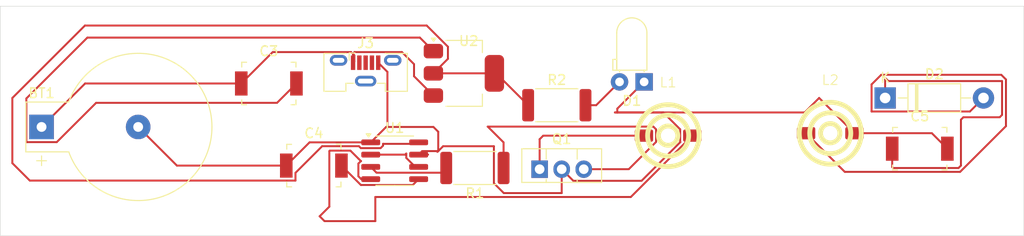
<source format=kicad_pcb>
(kicad_pcb (version 20241229) (generator "pcbnew") (generator_version "9.0")
  (layers (0 "F.Cu" signal) (2 "B.Cu" signal) (13 "F.Paste" user) (15 "B.Paste" user) (5 "F.SilkS" user "F.Silkscreen") (7 "B.SilkS" user "B.Silkscreen") (1 "F.Mask" user) (3 "B.Mask" user) (25 "Edge.Cuts" user))
  (net 0 "")
  (net 1 "Net-(BT1-+)")
  (net 2 "GND")
  (net 3 "Net-(U2-GND)")
  (net 4 "Net-(U1-CV)")
  (net 5 "Net-(D2-K)")
  (net 6 "Net-(D1-A)")
  (net 7 "Net-(D2-A)")
  (net 14 "Net-(Q1-E)")
  (net 15 "+5V")
  (net 16 "Net-(Q1-B)")
  (net 17 "Net-(U1-Q)")
  (net 18 "Net-(U1-VCC)")
  (net 19 "Net-(U1-THR)")
  (footprint "XL6009:Wireless_Coil_30Turns" (layer "F.Cu") (at 190.25 109.149219)
    (property "Reference" "L2" (at 0 -0.5 0) (layer "F.SilkS") (effects (font (thickness 0.1))))
    (property "Value" "30 Turns")
    (fp_circle (center 0 5) (end 0 6) (stroke (width 0.5)) (fill no) (layer "F.SilkS"))
    (fp_circle (center 0 5) (end 1.5 6.5) (stroke (width 0.5)) (fill no) (layer "F.SilkS"))
    (fp_circle (center 0 5) (end 2.5 7) (stroke (width 0.5)) (fill no) (layer "F.SilkS"))
    (pad "1" smd roundrect (at -2.5 5) (size 1.905 1.27) (layers "F.Cu" "F.Mask" "F.Paste") (roundrect_rratio 0.15) (net 7 "Net-(D2-A)"))
    (pad "2" smd roundrect (at 2.5 5) (size 1.905 1.27) (layers "F.Cu" "F.Mask" "F.Paste") (roundrect_rratio 0.15) (net 2 "GND"))
  )
  (footprint "Package_TO_SOT_THT:TO-126-3_Vertical" (layer "F.Cu") (at 160.225 117.875)
    (property "Reference" "Q1" (at 2.28 -3.12 0) (layer "F.SilkS"))
    (property "Value" "BD139")
    (fp_line (start -1.841 -2.12) (end -1.841 1.37) (stroke (width 0.12)) (layer "F.SilkS"))
    (fp_line (start -1.841 -2.12) (end 6.4 -2.12) (stroke (width 0.12)) (layer "F.SilkS"))
    (fp_line (start -1.841 1.37) (end 6.4 1.37) (stroke (width 0.12)) (layer "F.SilkS"))
    (fp_line (start 0.68 -2.12) (end 0.68 -1.05) (stroke (width 0.12)) (layer "F.SilkS"))
    (fp_line (start 0.68 1.05) (end 0.68 1.37) (stroke (width 0.12)) (layer "F.SilkS"))
    (fp_line (start 3.88 -2.12) (end 3.88 -1.05) (stroke (width 0.12)) (layer "F.SilkS"))
    (fp_line (start 3.88 1.05) (end 3.88 1.37) (stroke (width 0.12)) (layer "F.SilkS"))
    (fp_line (start 6.4 -2.12) (end 6.4 1.37) (stroke (width 0.12)) (layer "F.SilkS"))
    (pad "1" thru_hole rect (at 0 0) (size 1.71 1.8) (drill 1) (layers "*.Cu" "*.Mask") (net 14 "Net-(Q1-E)"))
    (pad "2" thru_hole oval (at 2.28 0) (size 1.71 1.8) (drill 1) (layers "*.Cu" "*.Mask") (net 2 "GND"))
    (pad "3" thru_hole oval (at 4.56 0) (size 1.71 1.8) (drill 1) (layers "*.Cu" "*.Mask") (net 16 "Net-(Q1-B)"))
  )
  (footprint "Package_TO_SOT_SMD:SOT-223-3_TabPin2" (layer "F.Cu") (at 152.4 107.95)
    (property "Reference" "U2" (at 0.5 -3.35 0) (layer "F.SilkS"))
    (property "Value" "AMS1117-5.0")
    (fp_line (start -1.85 -3.41) (end 1.91 -3.41) (stroke (width 0.12)) (layer "F.SilkS"))
    (fp_line (start -1.85 3.41) (end 1.91 3.41) (stroke (width 0.12)) (layer "F.SilkS"))
    (fp_line (start 1.91 -3.41) (end 1.91 -2.15) (stroke (width 0.12)) (layer "F.SilkS"))
    (fp_line (start 1.91 3.41) (end 1.91 2.15) (stroke (width 0.12)) (layer "F.SilkS"))
    (fp_poly (pts (xy -3.13 -3.31) (xy -3.37 -3.64) (xy -2.89 -3.64) (xy -3.13 -3.31)) (stroke (width 0.12)) (fill yes) (layer "F.SilkS"))
    (pad "1" smd roundrect (at -3.15 -2.3) (size 2 1.5) (layers "F.Cu" "F.Mask" "F.Paste") (net 3 "Net-(U2-GND)"))
    (pad "2" smd roundrect (at -3.15 0) (size 2 1.5) (layers "F.Cu" "F.Mask" "F.Paste") (net 18 "Net-(U1-VCC)"))
    (pad "2" smd roundrect (at 3.15 0) (size 2 3.8) (layers "F.Cu" "F.Mask" "F.Paste") (net 18 "Net-(U1-VCC)"))
    (pad "3" smd roundrect (at -3.15 2.3) (size 2 1.5) (layers "F.Cu" "F.Mask" "F.Paste") (net 1 "Net-(BT1-+)"))
  )
  (footprint "Resistor_SMD:R_2512_6332Metric" (layer "F.Cu") (at 162 111.25)
    (property "Reference" "R2" (at 0 -2.62 0) (layer "F.SilkS"))
    (property "Value" "10k")
    (fp_line (start -2.177064 -1.71) (end 2.177064 -1.71) (stroke (width 0.12)) (layer "F.SilkS"))
    (fp_line (start -2.177064 1.71) (end 2.177064 1.71) (stroke (width 0.12)) (layer "F.SilkS"))
    (pad "1" smd roundrect (at -2.9625 0) (size 1.225 3.35) (layers "F.Cu" "F.Mask" "F.Paste") (roundrect_rratio 0.204082) (net 18 "Net-(U1-VCC)"))
    (pad "2" smd roundrect (at 2.9625 0) (size 1.225 3.35) (layers "F.Cu" "F.Mask" "F.Paste") (roundrect_rratio 0.204082) (net 6 "Net-(D1-A)"))
  )
  (footprint "Capacitor_SMD:C_Trimmer_Murata_TZW4" (layer "F.Cu") (at 132.25 109)
    (property "Reference" "C3" (at 0 -3.35 0) (layer "F.SilkS"))
    (property "Value" "100nF")
    (fp_line (start -2.8 -2.2) (end -2.8 -1.7) (stroke (width 0.12)) (layer "F.SilkS"))
    (fp_line (start -2.8 -2.2) (end -2.3 -2.2) (stroke (width 0.12)) (layer "F.SilkS"))
    (fp_line (start -2.8 2.2) (end -2.8 1.7) (stroke (width 0.12)) (layer "F.SilkS"))
    (fp_line (start -2.8 2.2) (end -2.3 2.2) (stroke (width 0.12)) (layer "F.SilkS"))
    (fp_line (start 2.8 -2.2) (end 2.3 -2.2) (stroke (width 0.12)) (layer "F.SilkS"))
    (fp_line (start 2.8 -2.2) (end 2.8 -1.7) (stroke (width 0.12)) (layer "F.SilkS"))
    (fp_line (start 2.8 2.2) (end 2.3 2.2) (stroke (width 0.12)) (layer "F.SilkS"))
    (fp_line (start 2.8 2.2) (end 2.8 1.7) (stroke (width 0.12)) (layer "F.SilkS"))
    (pad "1" smd rect (at -2.85 0) (size 1.3 2.5) (layers "F.Cu" "F.Mask" "F.Paste") (net 1 "Net-(BT1-+)"))
    (pad "2" smd rect (at 2.85 0) (size 1.3 2.5) (layers "F.Cu" "F.Mask" "F.Paste") (net 3 "Net-(U2-GND)"))
  )
  (footprint "Diode_THT:D_DO-41_SOD81_P10.16mm_Horizontal" (layer "F.Cu") (at 195.92 110.5)
    (property "Reference" "D2" (at 5.08 -2.47 0) (layer "F.SilkS"))
    (property "Value" "1N4007")
    (fp_line (start 1.34 0) (end 2.36 0) (stroke (width 0.12)) (layer "F.SilkS"))
    (fp_line (start 2.36 -1.47) (end 2.36 1.47) (stroke (width 0.12)) (layer "F.SilkS"))
    (fp_line (start 2.36 1.47) (end 7.8 1.47) (stroke (width 0.12)) (layer "F.SilkS"))
    (fp_line (start 3.14 -1.47) (end 3.14 1.47) (stroke (width 0.12)) (layer "F.SilkS"))
    (fp_line (start 3.26 -1.47) (end 3.26 1.47) (stroke (width 0.12)) (layer "F.SilkS"))
    (fp_line (start 3.38 -1.47) (end 3.38 1.47) (stroke (width 0.12)) (layer "F.SilkS"))
    (fp_line (start 7.8 -1.47) (end 2.36 -1.47) (stroke (width 0.12)) (layer "F.SilkS"))
    (fp_line (start 7.8 1.47) (end 7.8 -1.47) (stroke (width 0.12)) (layer "F.SilkS"))
    (fp_line (start 8.82 0) (end 7.8 0) (stroke (width 0.12)) (layer "F.SilkS"))
    (fp_text user "K" (at 0 -2.1 0) (layer "F.SilkS"))
    (pad "1" thru_hole rect (at 0 0) (size 2.2 2.2) (drill 1.1) (layers "*.Cu" "*.Mask") (net 5 "Net-(D2-K)"))
    (pad "2" thru_hole oval (at 10.16 0) (size 2.2 2.2) (drill 1.1) (layers "*.Cu" "*.Mask") (net 7 "Net-(D2-A)"))
  )
  (footprint "Package_SO:SOIC-8_3.9x4.9mm_P1.27mm" (layer "F.Cu") (at 145.25 117)
    (property "Reference" "U1" (at 0 -3.4 0) (layer "F.SilkS"))
    (property "Value" "LM555xM")
    (fp_line (start 0 -2.56) (end -1.95 -2.56) (stroke (width 0.12)) (layer "F.SilkS"))
    (fp_line (start 0 -2.56) (end 1.95 -2.56) (stroke (width 0.12)) (layer "F.SilkS"))
    (fp_line (start 0 2.56) (end -1.95 2.56) (stroke (width 0.12)) (layer "F.SilkS"))
    (fp_line (start 0 2.56) (end 1.95 2.56) (stroke (width 0.12)) (layer "F.SilkS"))
    (fp_poly (pts (xy -2.7 -2.465) (xy -2.94 -2.795) (xy -2.46 -2.795) (xy -2.7 -2.465)) (stroke (width 0.12)) (fill yes) (layer "F.SilkS"))
    (pad "1" smd roundrect (at -2.475 -1.905) (size 1.95 0.6) (layers "F.Cu" "F.Mask" "F.Paste") (net 2 "GND"))
    (pad "2" smd roundrect (at -2.475 -0.635) (size 1.95 0.6) (layers "F.Cu" "F.Mask" "F.Paste") (net 19 "Net-(U1-THR)"))
    (pad "3" smd roundrect (at -2.475 0.635) (size 1.95 0.6) (layers "F.Cu" "F.Mask" "F.Paste") (net 17 "Net-(U1-Q)"))
    (pad "4" smd roundrect (at -2.475 1.905) (size 1.95 0.6) (layers "F.Cu" "F.Mask" "F.Paste") (net 15 "+5V"))
    (pad "5" smd roundrect (at 2.475 1.905) (size 1.95 0.6) (layers "F.Cu" "F.Mask" "F.Paste") (net 4 "Net-(U1-CV)"))
    (pad "6" smd roundrect (at 2.475 0.635) (size 1.95 0.6) (layers "F.Cu" "F.Mask" "F.Paste") (net 19 "Net-(U1-THR)"))
    (pad "7" smd roundrect (at 2.475 -0.635) (size 1.95 0.6) (layers "F.Cu" "F.Mask" "F.Paste") (net 2 "GND"))
    (pad "8" smd roundrect (at 2.475 -1.905) (size 1.95 0.6) (layers "F.Cu" "F.Mask" "F.Paste") (net 18 "Net-(U1-VCC)"))
  )
  (footprint "Resistor_SMD:R_2512_6332Metric" (layer "F.Cu") (at 153.5375 117.75 180)
    (property "Reference" "R1" (at 0 -2.62 0) (layer "F.SilkS"))
    (property "Value" "1k")
    (fp_line (start -2.177064 1.71) (end 2.177064 1.71) (stroke (width 0.12)) (layer "F.SilkS"))
    (fp_line (start -2.177064 -1.71) (end 2.177064 -1.71) (stroke (width 0.12)) (layer "F.SilkS"))
    (pad "1" smd roundrect (at -2.9625 0 180) (size 1.225 3.35) (layers "F.Cu" "F.Mask" "F.Paste") (roundrect_rratio 0.204082) (net 16 "Net-(Q1-B)"))
    (pad "2" smd roundrect (at 2.9625 0 180) (size 1.225 3.35) (layers "F.Cu" "F.Mask" "F.Paste") (roundrect_rratio 0.204082) (net 17 "Net-(U1-Q)"))
  )
  (footprint "XL6009:Wireless_Coil_30Turns" (layer "F.Cu") (at 173.5 109.399219)
    (property "Reference" "L1" (at 0 -0.5 0) (layer "F.SilkS") (effects (font (thickness 0.1))))
    (property "Value" "30 Turns")
    (fp_circle (center 0 5) (end 0 6) (stroke (width 0.5)) (fill no) (layer "F.SilkS"))
    (fp_circle (center 0 5) (end 1.5 6.5) (stroke (width 0.5)) (fill no) (layer "F.SilkS"))
    (fp_circle (center 0 5) (end 2.5 7) (stroke (width 0.5)) (fill no) (layer "F.SilkS"))
    (pad "1" smd roundrect (at -2.5 5) (size 1.905 1.27) (layers "F.Cu" "F.Mask" "F.Paste") (roundrect_rratio 0.15) (net 14 "Net-(Q1-E)"))
    (pad "2" smd roundrect (at 2.5 5) (size 1.905 1.27) (layers "F.Cu" "F.Mask" "F.Paste") (roundrect_rratio 0.15) (net 15 "+5V"))
  )
  (footprint "Connector_USB:USB_Micro-B_Molex-105133-0031" (layer "F.Cu") (at 142.25 107.675)
    (property "Reference" "J3" (at 0 -2.85 0) (layer "F.SilkS"))
    (property "Value" "USB_B_Micro")
    (fp_line (start -4.31 -1.785) (end -4.31 2.135) (stroke (width 0.12)) (layer "F.SilkS"))
    (fp_line (start -4.31 2.135) (end -2.04 2.135) (stroke (width 0.12)) (layer "F.SilkS"))
    (fp_line (start -2.04 1.305) (end -2.04 2.135) (stroke (width 0.12)) (layer "F.SilkS"))
    (fp_line (start -2.04 1.305) (end -1.21 1.305) (stroke (width 0.12)) (layer "F.SilkS"))
    (fp_line (start -2 -1.785) (end -4.31 -1.785) (stroke (width 0.12)) (layer "F.SilkS"))
    (fp_line (start -1.7 -1.825) (end -1.1 -1.825) (stroke (width 0.12)) (layer "F.SilkS"))
    (fp_line (start -1.7 -1.075) (end -1.7 -1.825) (stroke (width 0.12)) (layer "F.SilkS"))
    (fp_line (start 2 -1.785) (end 4.31 -1.785) (stroke (width 0.12)) (layer "F.SilkS"))
    (fp_line (start 2.04 1.305) (end 1.21 1.305) (stroke (width 0.12)) (layer "F.SilkS"))
    (fp_line (start 2.04 1.305) (end 2.04 2.135) (stroke (width 0.12)) (layer "F.SilkS"))
    (fp_line (start 4.31 -1.785) (end 4.31 2.135) (stroke (width 0.12)) (layer "F.SilkS"))
    (fp_line (start 4.31 2.135) (end 2.04 2.135) (stroke (width 0.12)) (layer "F.SilkS"))
    (pad "1" smd rect (at -1.3 -0.825) (size 0.45 1.5) (layers "F.Cu" "F.Mask" "F.Paste") (net 1 "Net-(BT1-+)"))
    (pad "2" smd rect (at -0.65 -0.825) (size 0.45 1.5) (layers "F.Cu" "F.Mask" "F.Paste"))
    (pad "3" smd rect (at 0 -0.825) (size 0.45 1.5) (layers "F.Cu" "F.Mask" "F.Paste"))
    (pad "4" smd rect (at 0.65 -0.825) (size 0.45 1.5) (layers "F.Cu" "F.Mask" "F.Paste"))
    (pad "5" smd rect (at 1.3 -0.825) (size 0.45 1.5) (layers "F.Cu" "F.Mask" "F.Paste") (net 2 "GND"))
    (pad "6" thru_hole oval (at -2.8 -1.075) (size 1.8 1.1) (drill oval 1.2 0.5) (property pad_prop_heatsink) (layers "*.Cu" "*.Mask"))
    (pad "6" thru_hole oval (at 0 1.075) (size 2.2 1.1) (drill oval 1.6 0.5) (property pad_prop_heatsink) (layers "*.Cu" "*.Mask"))
    (pad "6" thru_hole oval (at 2.8 -1.075) (size 1.8 1.1) (drill oval 1.2 0.5) (property pad_prop_heatsink) (layers "*.Cu" "*.Mask"))
  )
  (footprint "LED_THT:LED_D3.0mm_Horizontal_O1.27mm_Z2.0mm_Clear" (layer "F.Cu") (at 171.02 108.835 180)
    (property "Reference" "D1" (at 1.27 -1.96 0) (layer "F.SilkS"))
    (property "Value" "LED")
    (fp_line (start 3.23 2.33) (end 2.83 2.33) (stroke (width 0.12)) (layer "F.SilkS"))
    (fp_line (start 3.23 1.21) (end 3.23 2.33) (stroke (width 0.12)) (layer "F.SilkS"))
    (fp_line (start 2.83 2.33) (end 2.83 1.21) (stroke (width 0.12)) (layer "F.SilkS"))
    (fp_line (start 2.83 1.21) (end 3.23 1.21) (stroke (width 0.12)) (layer "F.SilkS"))
    (fp_line (start 2.83 1.21) (end 2.83 5.07) (stroke (width 0.12)) (layer "F.SilkS"))
    (fp_line (start 2.54 1.21) (end 2.54 1.21) (stroke (width 0.12)) (layer "F.SilkS"))
    (fp_line (start 2.54 1.21) (end 2.54 1.08) (stroke (width 0.12)) (layer "F.SilkS"))
    (fp_line (start 2.54 1.08) (end 2.54 1.21) (stroke (width 0.12)) (layer "F.SilkS"))
    (fp_line (start 2.54 1.08) (end 2.54 1.08) (stroke (width 0.12)) (layer "F.SilkS"))
    (fp_line (start 0 1.21) (end 0 1.21) (stroke (width 0.12)) (layer "F.SilkS"))
    (fp_line (start 0 1.21) (end 0 1.08) (stroke (width 0.12)) (layer "F.SilkS"))
    (fp_line (start 0 1.08) (end 0 1.21) (stroke (width 0.12)) (layer "F.SilkS"))
    (fp_line (start 0 1.08) (end 0 1.08) (stroke (width 0.12)) (layer "F.SilkS"))
    (fp_line (start -0.29 1.21) (end 2.83 1.21) (stroke (width 0.12)) (layer "F.SilkS"))
    (fp_line (start -0.29 1.21) (end -0.29 5.07) (stroke (width 0.12)) (layer "F.SilkS"))
    (fp_arc (start 2.83 5.07) (mid 1.27 6.63) (end -0.29 5.07) (stroke (width 0.12)) (layer "F.SilkS"))
    (pad "1" thru_hole rect (at 0 0 180) (size 1.8 1.8) (drill 0.9) (layers "*.Cu" "*.Mask") (net 2 "GND"))
    (pad "2" thru_hole circle (at 2.54 0 180) (size 1.8 1.8) (drill 0.9) (layers "*.Cu" "*.Mask") (net 6 "Net-(D1-A)"))
  )
  (footprint "Capacitor_SMD:C_Trimmer_Murata_TZW4" (layer "F.Cu") (at 199.5 115.75)
    (property "Reference" "C5" (at 0 -3.35 0) (layer "F.SilkS"))
    (property "Value" "10uF")
    (fp_line (start -2.8 -2.2) (end -2.8 -1.7) (stroke (width 0.12)) (layer "F.SilkS"))
    (fp_line (start -2.8 -2.2) (end -2.3 -2.2) (stroke (width 0.12)) (layer "F.SilkS"))
    (fp_line (start -2.8 2.2) (end -2.8 1.7) (stroke (width 0.12)) (layer "F.SilkS"))
    (fp_line (start -2.8 2.2) (end -2.3 2.2) (stroke (width 0.12)) (layer "F.SilkS"))
    (fp_line (start 2.8 -2.2) (end 2.3 -2.2) (stroke (width 0.12)) (layer "F.SilkS"))
    (fp_line (start 2.8 -2.2) (end 2.8 -1.7) (stroke (width 0.12)) (layer "F.SilkS"))
    (fp_line (start 2.8 2.2) (end 2.3 2.2) (stroke (width 0.12)) (layer "F.SilkS"))
    (fp_line (start 2.8 2.2) (end 2.8 1.7) (stroke (width 0.12)) (layer "F.SilkS"))
    (pad "1" smd rect (at -2.85 0) (size 1.3 2.5) (layers "F.Cu" "F.Mask" "F.Paste") (net 5 "Net-(D2-K)"))
    (pad "2" smd rect (at 2.85 0) (size 1.3 2.5) (layers "F.Cu" "F.Mask" "F.Paste") (net 2 "GND"))
  )
  (footprint "Battery:BatteryHolder_Keystone_500" (layer "F.Cu") (at 108.7678 113.5)
    (property "Reference" "BT1" (at 0 -3.5 0) (layer "F.SilkS"))
    (property "Value" "Battery")
    (fp_line (start -1.6256 -2.5781) (end -1.6256 2.5781) (stroke (width 0.12)) (layer "F.SilkS"))
    (fp_line (start -1.6256 -2.5781) (end 2.81 -2.5781) (stroke (width 0.12)) (layer "F.SilkS"))
    (fp_line (start -1.6256 2.5781) (end 2.81 2.5781) (stroke (width 0.12)) (layer "F.SilkS"))
    (fp_line (start 0 3) (end 0 4) (stroke (width 0.12)) (layer "F.SilkS"))
    (fp_line (start 0.5 3.5) (end -0.5 3.5) (stroke (width 0.12)) (layer "F.SilkS"))
    (fp_arc (start 2.81 -2.5781) (mid 17.603686 0) (end 2.81 2.5781) (stroke (width 0.12)) (layer "F.SilkS"))
    (pad "1" thru_hole rect (at 0 0) (size 2.54 2.54) (drill 1.016) (layers "*.Cu" "*.Mask") (net 1 "Net-(BT1-+)"))
    (pad "2" thru_hole circle (at 9.9822 0) (size 2.54 2.54) (drill 1.016) (layers "*.Cu" "*.Mask") (net 2 "GND"))
  )
  (footprint "Capacitor_SMD:C_Trimmer_Murata_TZW4" (layer "F.Cu") (at 136.9 117.5)
    (property "Reference" "C4" (at 0 -3.35 0) (layer "F.SilkS"))
    (property "Value" "100nF")
    (fp_line (start -2.8 -2.2) (end -2.8 -1.7) (stroke (width 0.12)) (layer "F.SilkS"))
    (fp_line (start -2.8 -2.2) (end -2.3 -2.2) (stroke (width 0.12)) (layer "F.SilkS"))
    (fp_line (start -2.8 2.2) (end -2.8 1.7) (stroke (width 0.12)) (layer "F.SilkS"))
    (fp_line (start -2.8 2.2) (end -2.3 2.2) (stroke (width 0.12)) (layer "F.SilkS"))
    (fp_line (start 2.8 -2.2) (end 2.3 -2.2) (stroke (width 0.12)) (layer "F.SilkS"))
    (fp_line (start 2.8 -2.2) (end 2.8 -1.7) (stroke (width 0.12)) (layer "F.SilkS"))
    (fp_line (start 2.8 2.2) (end 2.3 2.2) (stroke (width 0.12)) (layer "F.SilkS"))
    (fp_line (start 2.8 2.2) (end 2.8 1.7) (stroke (width 0.12)) (layer "F.SilkS"))
    (pad "1" smd rect (at -2.85 0) (size 1.3 2.5) (layers "F.Cu" "F.Mask" "F.Paste") (net 2 "GND"))
    (pad "2" smd rect (at 2.85 0) (size 1.3 2.5) (layers "F.Cu" "F.Mask" "F.Paste") (net 4 "Net-(U1-CV)"))
  )
  (gr_rect (start 104.5 101) (end 210.25 124.75) (stroke (width 0.05)) (fill no) (layer "Edge.Cuts"))
  (segment (start 145.999 105.749) (end 147.25 107) (width 0.2) (layer "F.Cu") (net 1))
  (segment (start 140.75 105.75) (end 141.074 106.074) (width 0.2) (layer "F.Cu") (net 1))
  (segment (start 141.074 106.074) (end 141.074 106.726) (width 0.2) (layer "F.Cu") (net 1))
  (segment (start 132.65 105.75) (end 140.75 105.75) (width 0.2) (layer "F.Cu") (net 1))
  (segment (start 141.101 105.749) (end 145.999 105.749) (width 0.2) (layer "F.Cu") (net 1))
  (segment (start 141.074 106.726) (end 140.95 106.85) (width 0.2) (layer "F.Cu") (net 1))
  (segment (start 140.95 106.85) (end 140.95 105.9) (width 0.2) (layer "F.Cu") (net 1))
  (segment (start 147.25 107) (end 147.25 108.25) (width 0.2) (layer "F.Cu") (net 1))
  (segment (start 147.25 108.25) (end 149.25 110.25) (width 0.2) (layer "F.Cu") (net 1))
  (segment (start 129.4 109) (end 132.65 105.75) (width 0.2) (layer "F.Cu") (net 1))
  (segment (start 140.95 105.9) (end 141.101 105.749) (width 0.2) (layer "F.Cu") (net 1))
  (segment (start 108.7678 113.5) (end 113.2678 109) (width 0.2) (layer "F.Cu") (net 1))
  (segment (start 113.2678 109) (end 129.4 109) (width 0.2) (layer "F.Cu") (net 1))
  (segment (start 148.699999 116.365) (end 147.725 116.365) (width 0.2) (layer "F.Cu") (net 2))
  (segment (start 174.7465 115.052585) (end 174.763017 115.069102) (width 0.2) (layer "F.Cu") (net 2))
  (segment (start 150.25 115.5) (end 149.75 116) (width 0.2) (layer "F.Cu") (net 2))
  (segment (start 168.25 111.605) (end 171.02 108.835) (width 0.2) (layer "F.Cu") (net 2))
  (segment (start 149.75 114) (end 149.25 113.5) (width 0.2) (layer "F.Cu") (net 2))
  (segment (start 189.100781 110.5) (end 187.600781 112) (width 0.2) (layer "F.Cu") (net 2))
  (segment (start 163.706 119.076) (end 162.505 117.875) (width 0.2) (layer "F.Cu") (net 2))
  (segment (start 144.5 107.8) (end 143.55 106.85) (width 0.2) (layer "F.Cu") (net 2))
  (segment (start 187.600781 112) (end 168 112) (width 0.2) (layer "F.Cu") (net 2))
  (segment (start 136.455 115.095) (end 134.05 117.5) (width 0.2) (layer "F.Cu") (net 2))
  (segment (start 168.25 112) (end 173 112) (width 0.2) (layer "F.Cu") (net 2))
  (segment (start 149.75 116) (end 149.75 114) (width 0.2) (layer "F.Cu") (net 2))
  (segment (start 155.5 115.5) (end 150.25 115.5) (width 0.2) (layer "F.Cu") (net 2))
  (segment (start 200.749219 114.149219) (end 192.75 114.149219) (width 0.2) (layer "F.Cu") (net 2))
  (segment (start 168 112) (end 168.25 112) (width 0.2) (layer "F.Cu") (net 2))
  (segment (start 144.5 113.5) (end 144.5 107.8) (width 0.2) (layer "F.Cu") (net 2))
  (segment (start 202.35 115.75) (end 200.749219 114.149219) (width 0.2) (layer "F.Cu") (net 2))
  (segment (start 144.37 113.5) (end 142.775 115.095) (width 0.2) (layer "F.Cu") (net 2))
  (segment (start 170.756119 119.076) (end 163.706 119.076) (width 0.2) (layer "F.Cu") (net 2))
  (segment (start 149.25 113.5) (end 144.5 113.5) (width 0.2) (layer "F.Cu") (net 2))
  (segment (start 144.5 113.5) (end 144.37 113.5) (width 0.2) (layer "F.Cu") (net 2))
  (segment (start 162.505 117.875) (end 162.505 120.349) (width 0.2) (layer "F.Cu") (net 2))
  (segment (start 148.09 116) (end 149.75 116) (width 0.2) (layer "F.Cu") (net 2))
  (segment (start 155.5 119.32366) (end 155.5 115.5) (width 0.2) (layer "F.Cu") (net 2))
  (segment (start 192.75 114.149219) (end 189.100781 110.5) (width 0.2) (layer "F.Cu") (net 2))
  (segment (start 162.505 120.349) (end 156.52534 120.349) (width 0.2) (layer "F.Cu") (net 2))
  (segment (start 174.763017 115.069102) (end 170.756119 119.076) (width 0.2) (layer "F.Cu") (net 2))
  (segment (start 156.52534 120.349) (end 155.5 119.32366) (width 0.2) (layer "F.Cu") (net 2))
  (segment (start 122.75 117.5) (end 118.75 113.5) (width 0.2) (layer "F.Cu") (net 2))
  (segment (start 168.25 112) (end 168.25 111.605) (width 0.2) (layer "F.Cu") (net 2))
  (segment (start 149.6615 116.0885) (end 149.75 116) (width 0.2) (layer "F.Cu") (net 2))
  (segment (start 142.775 115.095) (end 136.455 115.095) (width 0.2) (layer "F.Cu") (net 2))
  (segment (start 134.05 117.5) (end 122.75 117.5) (width 0.2) (layer "F.Cu") (net 2))
  (segment (start 147.725 116.365) (end 148.09 116) (width 0.2) (layer "F.Cu") (net 2))
  (segment (start 174.7465 113.746499) (end 174.7465 115.052585) (width 0.2) (layer "F.Cu") (net 2))
  (segment (start 173 112) (end 174.7465 113.746499) (width 0.2) (layer "F.Cu") (net 2))
  (segment (start 107.1968 110.5532) (end 113.5 104.25) (width 0.2) (layer "F.Cu") (net 3))
  (segment (start 135.1 109) (end 133.1 111) (width 0.2) (layer "F.Cu") (net 3))
  (segment (start 113.5 104.25) (end 147.85 104.25) (width 0.2) (layer "F.Cu") (net 3))
  (segment (start 147.85 104.25) (end 149.25 105.65) (width 0.2) (layer "F.Cu") (net 3))
  (segment (start 107.1968 115.071) (end 107.1968 110.5532) (width 0.2) (layer "F.Cu") (net 3))
  (segment (start 110.3388 115.071) (end 107.1968 115.071) (width 0.2) (layer "F.Cu") (net 3))
  (segment (start 114.4098 111) (end 110.3388 115.071) (width 0.2) (layer "F.Cu") (net 3))
  (segment (start 133.1 111) (end 114.4098 111) (width 0.2) (layer "F.Cu") (net 3))
  (segment (start 141.756 119.506) (end 139.75 117.5) (width 0.2) (layer "F.Cu") (net 4))
  (segment (start 147.725 118.905) (end 147.124 119.506) (width 0.2) (layer "F.Cu") (net 4))
  (segment (start 147.124 119.506) (end 141.756 119.506) (width 0.2) (layer "F.Cu") (net 4))
  (segment (start 196.65 115.75) (end 196.65 117.65) (width 0.2) (layer "F.Cu") (net 5))
  (segment (start 196 108.5) (end 195.92 108.58) (width 0.2) (layer "F.Cu") (net 5))
  (segment (start 196.75 117.75) (end 203.5 117.75) (width 0.2) (layer "F.Cu") (net 5))
  (segment (start 208 112.25) (end 208 108.75) (width 0.2) (layer "F.Cu") (net 5))
  (segment (start 208 108.75) (end 196.25 108.75) (width 0.2) (layer "F.Cu") (net 5))
  (segment (start 207.75 112.5) (end 208 112.25) (width 0.2) (layer "F.Cu") (net 5))
  (segment (start 196.25 108.75) (end 196 108.5) (width 0.2) (layer "F.Cu") (net 5))
  (segment (start 203.75 112.75) (end 204 112.5) (width 0.2) (layer "F.Cu") (net 5))
  (segment (start 203.75 117.5) (end 203.75 112.75) (width 0.2) (layer "F.Cu") (net 5))
  (segment (start 204 112.5) (end 207.75 112.5) (width 0.2) (layer "F.Cu") (net 5))
  (segment (start 195.92 108.58) (end 195.92 110.5) (width 0.2) (layer "F.Cu") (net 5))
  (segment (start 196.65 117.65) (end 196.75 117.75) (width 0.2) (layer "F.Cu") (net 5))
  (segment (start 203.5 117.75) (end 203.75 117.5) (width 0.2) (layer "F.Cu") (net 5))
  (segment (start 164.9625 111.25) (end 166.065 111.25) (width 0.2) (layer "F.Cu") (net 6))
  (segment (start 166.065 111.25) (end 168.48 108.835) (width 0.2) (layer "F.Cu") (net 6))
  (segment (start 165.2125 111) (end 164.9625 111.25) (width 0.2) (layer "F.Cu") (net 6))
  (segment (start 194.519 111.901) (end 204.679 111.901) (width 0.2) (layer "F.Cu") (net 7))
  (segment (start 208.401 113.4161) (end 208.401 108.5839) (width 0.2) (layer "F.Cu") (net 7))
  (segment (start 204.679 111.901) (end 206.08 110.5) (width 0.2) (layer "F.Cu") (net 7))
  (segment (start 208.401 108.5839) (end 207.9161 108.099) (width 0.2) (layer "F.Cu") (net 7))
  (segment (start 187.75 114.149219) (end 191.751781 118.151) (width 0.2) (layer "F.Cu") (net 7))
  (segment (start 194.519 109.099) (end 194.519 111.901) (width 0.2) (layer "F.Cu") (net 7))
  (segment (start 203.6661 118.151) (end 208.401 113.4161) (width 0.2) (layer "F.Cu") (net 7))
  (segment (start 207.9161 108.099) (end 195.519 108.099) (width 0.2) (layer "F.Cu") (net 7))
  (segment (start 191.751781 118.151) (end 203.6661 118.151) (width 0.2) (layer "F.Cu") (net 7))
  (segment (start 195.519 108.099) (end 194.519 109.099) (width 0.2) (layer "F.Cu") (net 7))
  (segment (start 160.225 114.775) (end 160.600781 114.399219) (width 0.2) (layer "F.Cu") (net 14))
  (segment (start 160.225 117.875) (end 160.225 114.775) (width 0.2) (layer "F.Cu") (net 14))
  (segment (start 160.600781 114.399219) (end 171 114.399219) (width 0.2) (layer "F.Cu") (net 14))
  (segment (start 143.25 120.75) (end 143.25 123.25) (width 0.2) (layer "F.Cu") (net 15))
  (segment (start 141.784 117.034) (end 141.759032 117.034) (width 0.2) (layer "F.Cu") (net 15))
  (segment (start 143.25 120.75) (end 169.649219 120.75) (width 0.2) (layer "F.Cu") (net 15))
  (segment (start 141.499 118.603999) (end 141.800001 118.905) (width 0.2) (layer "F.Cu") (net 15))
  (segment (start 138.5 121.75) (end 138.5 116) (width 0.2) (layer "F.Cu") (net 15))
  (segment (start 140.674032 115.949) (end 141.499 116.773968) (width 0.2) (layer "F.Cu") (net 15))
  (segment (start 138 123.25) (end 137.5 122.75) (width 0.2) (layer "F.Cu") (net 15))
  (segment (start 169.649219 120.75) (end 176 114.399219) (width 0.2) (layer "F.Cu") (net 15))
  (segment (start 141.499 117.294032) (end 141.499 118.603999) (width 0.2) (layer "F.Cu") (net 15))
  (segment (start 141.499 116.773968) (end 141.759032 117.034) (width 0.2) (layer "F.Cu") (net 15))
  (segment (start 143.25 123.25) (end 138 123.25) (width 0.2) (layer "F.Cu") (net 15))
  (segment (start 141.800001 118.905) (end 142.775 118.905) (width 0.2) (layer "F.Cu") (net 15))
  (segment (start 137.5 122.75) (end 138.5 121.75) (width 0.2) (layer "F.Cu") (net 15))
  (segment (start 141.759032 117.034) (end 141.499 117.294032) (width 0.2) (layer "F.Cu") (net 15))
  (segment (start 138.551 115.949) (end 140.674032 115.949) (width 0.2) (layer "F.Cu") (net 15))
  (segment (start 138.5 116) (end 138.551 115.949) (width 0.2) (layer "F.Cu") (net 15))
  (segment (start 172.2535 115.052585) (end 172.2535 113.745853) (width 0.2) (layer "F.Cu") (net 16))
  (segment (start 171.970866 113.463219) (end 154.861781 113.463219) (width 0.2) (layer "F.Cu") (net 16))
  (segment (start 164.785 117.875) (end 169.431085 117.875) (width 0.2) (layer "F.Cu") (net 16))
  (segment (start 172.2535 113.745853) (end 171.970866 113.463219) (width 0.2) (layer "F.Cu") (net 16))
  (segment (start 156.5 115.101438) (end 156.5 117.75) (width 0.2) (layer "F.Cu") (net 16))
  (segment (start 154.861781 113.463219) (end 156.5 115.101438) (width 0.2) (layer "F.Cu") (net 16))
  (segment (start 169.431085 117.875) (end 172.2535 115.052585) (width 0.2) (layer "F.Cu") (net 16))
  (segment (start 142.775 117.635) (end 142.885 117.635) (width 0.2) (layer "F.Cu") (net 17))
  (segment (start 150.089 118.236) (end 150.575 117.75) (width 0.2) (layer "F.Cu") (net 17))
  (segment (start 142.885 117.635) (end 143 117.75) (width 0.2) (layer "F.Cu") (net 17))
  (segment (start 142.775 117.635) (end 143.376 118.236) (width 0.2) (layer "F.Cu") (net 17))
  (segment (start 143.376 118.236) (end 150.089 118.236) (width 0.2) (layer "F.Cu") (net 17))
  (segment (start 159.0375 111.25) (end 155.7375 107.95) (width 0.2) (layer "F.Cu") (net 18))
  (segment (start 144.051 115.25) (end 144.051 115.435968) (width 0.2) (layer "F.Cu") (net 18))
  (segment (start 137.754 115.496) (end 135.001 118.249) (width 0.2) (layer "F.Cu") (net 18))
  (segment (start 147.725 115.095) (end 147.57 115.25) (width 0.2) (layer "F.Cu") (net 18))
  (segment (start 135.001 119.051) (end 107.551 119.051) (width 0.2) (layer "F.Cu") (net 18))
  (segment (start 105.75 110.5) (end 113.25 103) (width 0.2) (layer "F.Cu") (net 18))
  (segment (start 141.759032 115.696) (end 141.559032 115.496) (width 0.2) (layer "F.Cu") (net 18))
  (segment (start 150.75 106.45) (end 149.25 107.95) (width 0.2) (layer "F.Cu") (net 18))
  (segment (start 147.57 115.25) (end 144.051 115.25) (width 0.2) (layer "F.Cu") (net 18))
  (segment (start 144.051 115.435968) (end 143.790968 115.696) (width 0.2) (layer "F.Cu") (net 18))
  (segment (start 155.55 107.95) (end 149.25 107.95) (width 0.2) (layer "F.Cu") (net 18))
  (segment (start 135.001 118.249) (end 135.001 119.051) (width 0.2) (layer "F.Cu") (net 18))
  (segment (start 105.75 117.25) (end 105.75 110.5) (width 0.2) (layer "F.Cu") (net 18))
  (segment (start 113.25 103) (end 148.556008 103) (width 0.2) (layer "F.Cu") (net 18))
  (segment (start 141.559032 115.496) (end 137.754 115.496) (width 0.2) (layer "F.Cu") (net 18))
  (segment (start 155.7375 107.95) (end 155.55 107.95) (width 0.2) (layer "F.Cu") (net 18))
  (segment (start 107.551 119.051) (end 105.75 117.25) (width 0.2) (layer "F.Cu") (net 18))
  (segment (start 148.556008 103) (end 150.75 105.193992) (width 0.2) (layer "F.Cu") (net 18))
  (segment (start 150.75 105.193992) (end 150.75 106.45) (width 0.2) (layer "F.Cu") (net 18))
  (segment (start 143.790968 115.696) (end 141.759032 115.696) (width 0.2) (layer "F.Cu") (net 18))
  (segment (start 146.449 116.705968) (end 147.378032 117.635) (width 0.2) (layer "F.Cu") (net 19))
  (segment (start 146.449 116.25) (end 146.449 116.705968) (width 0.2) (layer "F.Cu") (net 19))
  (segment (start 146.334 116.365) (end 146.449 116.25) (width 0.2) (layer "F.Cu") (net 19))
  (segment (start 147.378032 117.635) (end 147.725 117.635) (width 0.2) (layer "F.Cu") (net 19))
  (segment (start 142.775 116.365) (end 146.334 116.365) (width 0.2) (layer "F.Cu") (net 19))
)
</source>
